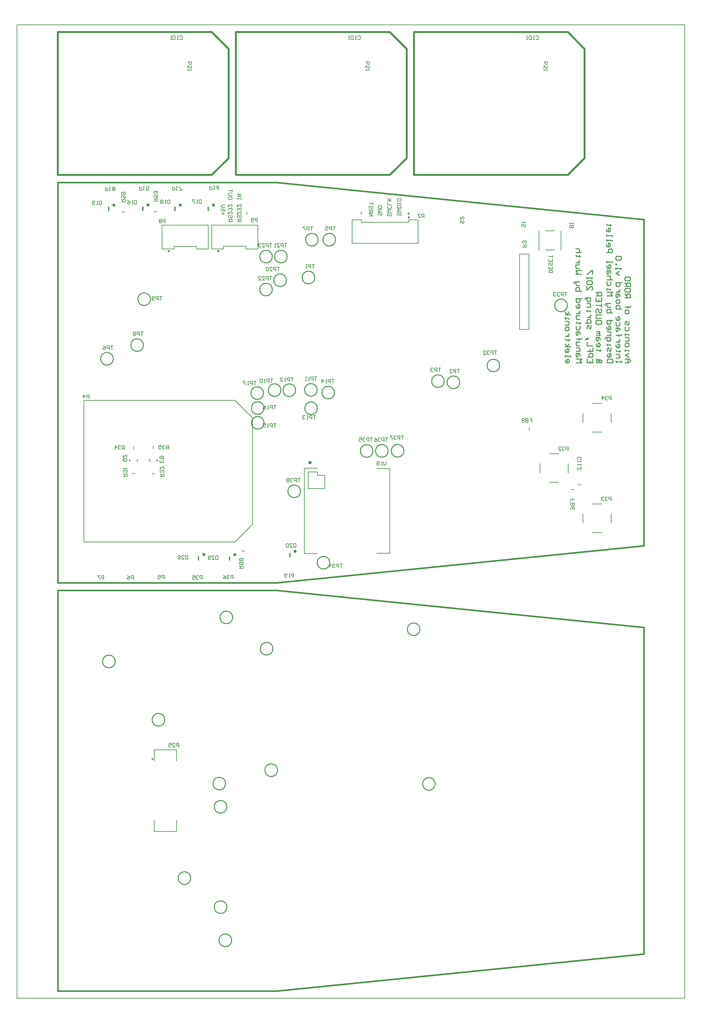
<source format=gbo>
G04 Layer_Color=32896*
%FSLAX44Y44*%
%MOMM*%
G71*
G01*
G75*
%ADD47C,0.5000*%
%ADD48C,0.3000*%
%ADD49C,0.2540*%
%ADD53C,0.2000*%
%ADD55C,0.4000*%
%ADD112C,0.1270*%
%ADD113C,0.1524*%
%ADD120R,1.0000X0.2500*%
%ADD121R,0.8636X0.2250*%
%ADD122R,0.2250X0.8636*%
%ADD127C,0.4064*%
%ADD228C,0.1900*%
D47*
X921532Y1664500D02*
G03*
X921532Y1664500I-2032J0D01*
G01*
X240000Y2825000D02*
Y2440000D01*
X655000D01*
X700000Y2485000D02*
X655000Y2440000D01*
X700000Y2780000D02*
Y2485000D01*
X655000Y2825000D02*
X700000Y2780000D01*
X240000Y2825000D02*
X655000D01*
X720000D02*
Y2440000D01*
X1135000D01*
X1180000Y2485000D02*
X1135000Y2440000D01*
X1180000Y2780000D02*
Y2485000D01*
X1135000Y2825000D02*
X1180000Y2780000D01*
X720000Y2825000D02*
X1135000D01*
X1200000D02*
Y2440000D01*
X1615000D01*
X1660000Y2485000D02*
X1615000Y2440000D01*
X1660000Y2780000D02*
Y2485000D01*
X1615000Y2825000D02*
X1660000Y2780000D01*
X1200000Y2825000D02*
X1615000D01*
D48*
X496000Y865000D02*
G03*
X496000Y865000I-1000J0D01*
G01*
D49*
X818000Y2131000D02*
G03*
X818000Y2131000I-17000J0D01*
G01*
X858000Y2220000D02*
G03*
X858000Y2220000I-17000J0D01*
G01*
X489500Y2105000D02*
G03*
X489500Y2105000I-17000J0D01*
G01*
X470500Y1981250D02*
G03*
X470500Y1981250I-17000J0D01*
G01*
X941500Y2265500D02*
G03*
X941500Y2265500I-17000J0D01*
G01*
X389250Y1944250D02*
G03*
X389250Y1944250I-17000J0D01*
G01*
X988500Y2265500D02*
G03*
X988500Y2265500I-17000J0D01*
G01*
X1323250Y1881000D02*
G03*
X1323250Y1881000I-17000J0D01*
G01*
X1281500Y1884000D02*
G03*
X1281500Y1884000I-17000J0D01*
G01*
X818000Y2220000D02*
G03*
X818000Y2220000I-17000J0D01*
G01*
X856000Y2156000D02*
G03*
X856000Y2156000I-17000J0D01*
G01*
X932500Y2163500D02*
G03*
X932500Y2163500I-17000J0D01*
G01*
X841000Y1860000D02*
G03*
X841000Y1860000I-17000J0D01*
G01*
X939000Y1860500D02*
G03*
X939000Y1860500I-17000J0D01*
G01*
X880750Y1859750D02*
G03*
X880750Y1859750I-17000J0D01*
G01*
X939500Y1811000D02*
G03*
X939500Y1811000I-17000J0D01*
G01*
X985750Y1853250D02*
G03*
X985750Y1853250I-17000J0D01*
G01*
X795750Y1771750D02*
G03*
X795750Y1771750I-17000J0D01*
G01*
Y1811500D02*
G03*
X795750Y1811500I-17000J0D01*
G01*
X794250Y1851750D02*
G03*
X794250Y1851750I-17000J0D01*
G01*
X1431000Y1926250D02*
G03*
X1431000Y1926250I-17000J0D01*
G01*
X1613250Y2088250D02*
G03*
X1613250Y2088250I-17000J0D01*
G01*
X973000Y1394500D02*
G03*
X973000Y1394500I-17000J0D01*
G01*
X1089250Y1695750D02*
G03*
X1089250Y1695750I-17000J0D01*
G01*
X1130250Y1696000D02*
G03*
X1130250Y1696000I-17000J0D01*
G01*
X1172750Y1696250D02*
G03*
X1172750Y1696250I-17000J0D01*
G01*
X894000Y1587000D02*
G03*
X894000Y1587000I-17000J0D01*
G01*
X1769059Y1934227D02*
X1779216Y1934266D01*
X1784275Y1939364D01*
X1779177Y1944423D01*
X1769020Y1944384D01*
X1776638Y1944413D01*
X1776677Y1934256D01*
X1779157Y1949501D02*
X1768981Y1954540D01*
X1779118Y1959658D01*
X1768942Y1964697D02*
X1768922Y1969775D01*
X1768932Y1967236D01*
X1779089Y1967275D01*
X1779098Y1964736D01*
X1768883Y1979932D02*
X1768863Y1985010D01*
X1771393Y1987559D01*
X1776471Y1987579D01*
X1779020Y1985049D01*
X1779040Y1979971D01*
X1776510Y1977422D01*
X1771432Y1977402D01*
X1768883Y1979932D01*
X1768834Y1992628D02*
X1778991Y1992667D01*
X1778961Y2000284D01*
X1776412Y2002814D01*
X1768795Y2002784D01*
X1768775Y2007863D02*
X1768756Y2012941D01*
X1768766Y2010402D01*
X1778922Y2010441D01*
X1778932Y2007902D01*
X1778844Y2030754D02*
X1778873Y2023137D01*
X1776344Y2020588D01*
X1771266Y2020568D01*
X1768716Y2023098D01*
X1768687Y2030715D01*
X1768668Y2035793D02*
X1768638Y2043411D01*
X1771168Y2045960D01*
X1773716Y2043430D01*
X1773736Y2038352D01*
X1776285Y2035823D01*
X1778814Y2038372D01*
X1778785Y2045989D01*
X1768540Y2068802D02*
X1768521Y2073881D01*
X1771050Y2076430D01*
X1776128Y2076449D01*
X1778677Y2073920D01*
X1778697Y2068842D01*
X1776167Y2066293D01*
X1771089Y2066273D01*
X1768540Y2068802D01*
X1768481Y2084037D02*
X1781177Y2084086D01*
X1776099Y2084067D01*
X1776109Y2081528D01*
X1776089Y2086606D01*
X1776099Y2084067D01*
X1781177Y2084086D01*
X1783707Y2086635D01*
X1768383Y2109429D02*
X1783618Y2109488D01*
X1783589Y2117105D01*
X1781040Y2119635D01*
X1775962Y2119615D01*
X1773432Y2117066D01*
X1773462Y2109449D01*
X1773442Y2114527D02*
X1768344Y2119586D01*
X1783530Y2132340D02*
X1783550Y2127262D01*
X1781021Y2124713D01*
X1770864Y2124674D01*
X1768315Y2127203D01*
X1768295Y2132281D01*
X1770825Y2134830D01*
X1780981Y2134869D01*
X1783530Y2132340D01*
X1768266Y2139899D02*
X1783501Y2139957D01*
X1783472Y2147575D01*
X1780923Y2150104D01*
X1775844Y2150085D01*
X1773315Y2147536D01*
X1773344Y2139918D01*
X1773325Y2144997D02*
X1768227Y2150055D01*
X1783413Y2162810D02*
X1783432Y2157732D01*
X1780903Y2155183D01*
X1770746Y2155143D01*
X1768197Y2157673D01*
X1768178Y2162751D01*
X1770707Y2165300D01*
X1780864Y2165339D01*
X1783413Y2162810D01*
X1759916Y1934192D02*
X1759897Y1939270D01*
X1759907Y1936731D01*
X1744672Y1936672D01*
X1744681Y1934133D01*
X1744662Y1939211D01*
X1744633Y1946829D02*
X1754789Y1946868D01*
X1754760Y1954485D01*
X1752211Y1957015D01*
X1744593Y1956985D01*
X1757260Y1964652D02*
X1754720Y1964642D01*
X1754730Y1962103D01*
X1754711Y1967181D01*
X1754720Y1964642D01*
X1747103Y1964612D01*
X1744554Y1967142D01*
X1744495Y1982377D02*
X1744515Y1977298D01*
X1747064Y1974769D01*
X1752142Y1974789D01*
X1754672Y1977338D01*
X1754652Y1982416D01*
X1752103Y1984945D01*
X1749564Y1984936D01*
X1749603Y1974779D01*
X1754623Y1990034D02*
X1744466Y1989994D01*
X1749544Y1990014D01*
X1752074Y1992563D01*
X1754603Y1995112D01*
X1754593Y1997651D01*
X1744397Y2007768D02*
X1757093Y2007817D01*
X1752015Y2007798D01*
X1752025Y2005259D01*
X1752005Y2010337D01*
X1752015Y2007798D01*
X1757093Y2007817D01*
X1759622Y2010366D01*
X1754505Y2020503D02*
X1754485Y2025582D01*
X1751936Y2028111D01*
X1744319Y2028082D01*
X1744348Y2020464D01*
X1746897Y2017935D01*
X1749427Y2020484D01*
X1749397Y2028101D01*
X1754417Y2043356D02*
X1754446Y2035738D01*
X1751917Y2033189D01*
X1746839Y2033170D01*
X1744290Y2035699D01*
X1744260Y2043317D01*
X1744211Y2056012D02*
X1744231Y2050934D01*
X1746780Y2048405D01*
X1751858Y2048424D01*
X1754388Y2050973D01*
X1754368Y2056052D01*
X1751819Y2058581D01*
X1749280Y2058571D01*
X1749319Y2048415D01*
X1759358Y2078924D02*
X1744123Y2078865D01*
X1744094Y2086482D01*
X1746623Y2089031D01*
X1749162Y2089041D01*
X1751701Y2089051D01*
X1754250Y2086522D01*
X1754280Y2078904D01*
X1744055Y2096639D02*
X1744035Y2101717D01*
X1746564Y2104266D01*
X1751643Y2104286D01*
X1754192Y2101756D01*
X1754211Y2096678D01*
X1751682Y2094129D01*
X1746604Y2094110D01*
X1744055Y2096639D01*
X1754153Y2111913D02*
X1754133Y2116991D01*
X1751584Y2119521D01*
X1743966Y2119491D01*
X1743996Y2111874D01*
X1746545Y2109345D01*
X1749074Y2111894D01*
X1749045Y2119511D01*
X1754104Y2124609D02*
X1743947Y2124570D01*
X1749025Y2124589D01*
X1751555Y2127138D01*
X1754084Y2129687D01*
X1754074Y2132226D01*
X1759084Y2150020D02*
X1743849Y2149961D01*
X1743878Y2142344D01*
X1746427Y2139814D01*
X1751506Y2139834D01*
X1754035Y2142383D01*
X1754005Y2150001D01*
X1753927Y2170314D02*
X1743751Y2175353D01*
X1753888Y2180470D01*
X1743712Y2185510D02*
X1743692Y2190588D01*
X1743702Y2188049D01*
X1758937Y2188107D01*
X1756408Y2185559D01*
X1743663Y2198205D02*
X1746202Y2198215D01*
X1746192Y2200754D01*
X1743653Y2200745D01*
X1743663Y2198205D01*
X1756310Y2210950D02*
X1758839Y2213499D01*
X1758819Y2218577D01*
X1756270Y2221107D01*
X1746114Y2221068D01*
X1743584Y2218519D01*
X1743604Y2213440D01*
X1746153Y2210911D01*
X1756310Y2210950D01*
X1735538Y1934098D02*
X1720303Y1934039D01*
X1720274Y1941656D01*
X1722803Y1944205D01*
X1732960Y1944244D01*
X1735509Y1941715D01*
X1735538Y1934098D01*
X1720215Y1956891D02*
X1720235Y1951813D01*
X1722784Y1949283D01*
X1727862Y1949303D01*
X1730392Y1951852D01*
X1730372Y1956930D01*
X1727823Y1959460D01*
X1725284Y1959450D01*
X1725323Y1949293D01*
X1720186Y1964509D02*
X1720157Y1972126D01*
X1722686Y1974675D01*
X1725235Y1972146D01*
X1725255Y1967068D01*
X1727803Y1964538D01*
X1730333Y1967087D01*
X1730303Y1974704D01*
X1720127Y1979744D02*
X1720108Y1984822D01*
X1720117Y1982283D01*
X1730274Y1982322D01*
X1730284Y1979783D01*
X1714980Y1997498D02*
X1714971Y2000037D01*
X1717500Y2002586D01*
X1730196Y2002635D01*
X1730225Y1995018D01*
X1727696Y1992469D01*
X1722617Y1992449D01*
X1720068Y1994979D01*
X1720039Y2002596D01*
X1720020Y2007674D02*
X1730176Y2007714D01*
X1730147Y2015331D01*
X1727598Y2017860D01*
X1719980Y2017831D01*
X1719931Y2030527D02*
X1719951Y2025448D01*
X1722500Y2022919D01*
X1727578Y2022939D01*
X1730108Y2025488D01*
X1730088Y2030566D01*
X1727539Y2033095D01*
X1725000Y2033086D01*
X1725039Y2022929D01*
X1735098Y2048360D02*
X1719863Y2048301D01*
X1719892Y2040683D01*
X1722441Y2038154D01*
X1727519Y2038174D01*
X1730049Y2040723D01*
X1730019Y2048340D01*
X1735019Y2068673D02*
X1719784Y2068614D01*
X1719755Y2076232D01*
X1722284Y2078781D01*
X1724824Y2078790D01*
X1727363Y2078800D01*
X1729912Y2076271D01*
X1729941Y2068653D01*
X1729882Y2083888D02*
X1722265Y2083859D01*
X1719716Y2086388D01*
X1719686Y2094006D01*
X1717147Y2093996D01*
X1714618Y2091447D01*
X1714628Y2088908D01*
X1719686Y2094006D02*
X1729843Y2094045D01*
X1719608Y2114319D02*
X1734843Y2114378D01*
X1729745Y2119437D01*
X1734804Y2124534D01*
X1719569Y2124476D01*
X1719549Y2129554D02*
X1719530Y2134632D01*
X1719540Y2132093D01*
X1729696Y2132132D01*
X1729706Y2129593D01*
X1729618Y2152446D02*
X1729647Y2144828D01*
X1727118Y2142279D01*
X1722040Y2142260D01*
X1719491Y2144789D01*
X1719461Y2152406D01*
X1734677Y2157544D02*
X1719442Y2157485D01*
X1727059Y2157514D01*
X1729588Y2160063D01*
X1729569Y2165141D01*
X1727020Y2167671D01*
X1719402Y2167641D01*
X1729530Y2175298D02*
X1729510Y2180376D01*
X1726961Y2182906D01*
X1719344Y2182876D01*
X1719373Y2175259D01*
X1721922Y2172730D01*
X1724451Y2175279D01*
X1724422Y2182896D01*
X1719295Y2195572D02*
X1719314Y2190494D01*
X1721863Y2187964D01*
X1726942Y2187984D01*
X1729471Y2190533D01*
X1729451Y2195611D01*
X1726902Y2198141D01*
X1724363Y2198131D01*
X1724402Y2187974D01*
X1719265Y2203190D02*
X1719246Y2208268D01*
X1719256Y2205729D01*
X1734491Y2205788D01*
X1734500Y2203248D01*
X1719158Y2231120D02*
X1734393Y2231179D01*
X1734363Y2238797D01*
X1731814Y2241326D01*
X1726736Y2241306D01*
X1724207Y2238757D01*
X1724236Y2231140D01*
X1719069Y2253973D02*
X1719089Y2248895D01*
X1721638Y2246365D01*
X1726716Y2246385D01*
X1729246Y2248934D01*
X1729226Y2254012D01*
X1726677Y2256541D01*
X1724138Y2256532D01*
X1724177Y2246375D01*
X1719040Y2261590D02*
X1719021Y2266669D01*
X1719030Y2264129D01*
X1734265Y2264188D01*
X1734275Y2261649D01*
X1718991Y2274286D02*
X1718972Y2279364D01*
X1718981Y2276825D01*
X1734216Y2276884D01*
X1734226Y2274345D01*
X1718913Y2294599D02*
X1718932Y2289521D01*
X1721481Y2286992D01*
X1726560Y2287011D01*
X1729089Y2289560D01*
X1729069Y2294639D01*
X1726520Y2297168D01*
X1723981Y2297158D01*
X1724020Y2287001D01*
X1731569Y2304805D02*
X1729030Y2304795D01*
X1729040Y2302256D01*
X1729020Y2307334D01*
X1729030Y2304795D01*
X1721413Y2304766D01*
X1718864Y2307295D01*
X1690808Y1944082D02*
X1693357Y1941552D01*
X1690828Y1939003D01*
X1690838Y1936464D01*
X1693387Y1933935D01*
X1695926Y1933945D01*
X1698455Y1936494D01*
X1701004Y1933964D01*
X1703543Y1933974D01*
X1706073Y1936523D01*
X1706063Y1939062D01*
X1703514Y1941592D01*
X1700975Y1941582D01*
X1698445Y1939033D01*
X1695896Y1941562D01*
X1693357Y1941552D01*
X1698426Y1944111D02*
X1695896Y1941562D01*
X1698455Y1936494D02*
X1698445Y1939033D01*
X1703416Y1966983D02*
X1700877Y1966973D01*
X1700886Y1964434D01*
X1700867Y1969513D01*
X1700877Y1966973D01*
X1693259Y1966944D01*
X1690710Y1969473D01*
X1690651Y1984708D02*
X1690671Y1979630D01*
X1693220Y1977101D01*
X1698298Y1977120D01*
X1700828Y1979669D01*
X1700808Y1984747D01*
X1698259Y1987277D01*
X1695720Y1987267D01*
X1695759Y1977110D01*
X1700769Y1994904D02*
X1700749Y1999982D01*
X1698200Y2002512D01*
X1690583Y2002482D01*
X1690612Y1994865D01*
X1693161Y1992336D01*
X1695691Y1994885D01*
X1695661Y2002502D01*
X1690563Y2007561D02*
X1700720Y2007600D01*
X1700710Y2010139D01*
X1698161Y2012668D01*
X1690544Y2012639D01*
X1698161Y2012668D01*
X1700691Y2015217D01*
X1698142Y2017747D01*
X1690524Y2017717D01*
X1705681Y2038089D02*
X1690446Y2038031D01*
X1690416Y2045648D01*
X1692946Y2048197D01*
X1703102Y2048236D01*
X1705651Y2045707D01*
X1705681Y2038089D01*
X1705622Y2053324D02*
X1692926Y2053275D01*
X1690377Y2055805D01*
X1690358Y2060883D01*
X1692887Y2063432D01*
X1705583Y2063481D01*
X1702985Y2078706D02*
X1705534Y2076177D01*
X1705553Y2071099D01*
X1703024Y2068550D01*
X1700485Y2068540D01*
X1697936Y2071069D01*
X1697916Y2076147D01*
X1695367Y2078677D01*
X1692828Y2078667D01*
X1690299Y2076118D01*
X1690318Y2071040D01*
X1692867Y2068510D01*
X1705504Y2083794D02*
X1705465Y2093951D01*
X1705485Y2088873D01*
X1690250Y2088814D01*
X1705406Y2109186D02*
X1705446Y2099029D01*
X1690211Y2098971D01*
X1690172Y2109127D01*
X1697828Y2099000D02*
X1697809Y2104078D01*
X1690152Y2114205D02*
X1705387Y2114264D01*
X1705358Y2121882D01*
X1702809Y2124411D01*
X1697730Y2124391D01*
X1695201Y2121843D01*
X1695230Y2114225D01*
X1695211Y2119303D02*
X1690113Y2124362D01*
X1681665Y1944047D02*
X1681704Y1933890D01*
X1666469Y1933831D01*
X1666430Y1943988D01*
X1674087Y1933860D02*
X1674067Y1938939D01*
X1666411Y1949066D02*
X1681646Y1949125D01*
X1681616Y1956742D01*
X1679067Y1959272D01*
X1673989Y1959252D01*
X1671460Y1956703D01*
X1671489Y1949086D01*
X1681548Y1974516D02*
X1681587Y1964360D01*
X1673969Y1964330D01*
X1673950Y1969409D01*
X1673969Y1964330D01*
X1666352Y1964301D01*
X1681528Y1979595D02*
X1666293Y1979536D01*
X1666254Y1989693D01*
X1663685Y1997300D02*
X1666215Y1999849D01*
X1668754Y1999859D01*
X1668764Y1997320D01*
X1666225Y1997310D01*
X1666215Y1999849D01*
X1663685Y1997300D01*
X1661156Y1994751D01*
X1666117Y2025241D02*
X1666087Y2032858D01*
X1668617Y2035407D01*
X1671166Y2032878D01*
X1671185Y2027800D01*
X1673734Y2025270D01*
X1676264Y2027819D01*
X1676234Y2035437D01*
X1660980Y2040456D02*
X1676215Y2040515D01*
X1676185Y2048132D01*
X1673636Y2050662D01*
X1668558Y2050642D01*
X1666029Y2048093D01*
X1666058Y2040476D01*
X1676156Y2055750D02*
X1665999Y2055711D01*
X1671078Y2055730D01*
X1673607Y2058279D01*
X1676136Y2060828D01*
X1676127Y2063367D01*
X1665941Y2070946D02*
X1665921Y2076024D01*
X1665931Y2073485D01*
X1676087Y2073524D01*
X1676097Y2070985D01*
X1665892Y2083642D02*
X1676048Y2083681D01*
X1676019Y2091298D01*
X1673470Y2093828D01*
X1665852Y2093798D01*
X1660735Y2103935D02*
X1660725Y2106474D01*
X1663254Y2109023D01*
X1675950Y2109072D01*
X1675980Y2101455D01*
X1673450Y2098906D01*
X1668372Y2098886D01*
X1665823Y2101416D01*
X1665794Y2109033D01*
X1665676Y2139503D02*
X1665715Y2129346D01*
X1675833Y2139542D01*
X1678372Y2139552D01*
X1680921Y2137023D01*
X1680940Y2131944D01*
X1678411Y2129395D01*
X1678352Y2144630D02*
X1680882Y2147179D01*
X1680862Y2152258D01*
X1678313Y2154787D01*
X1668156Y2154748D01*
X1665627Y2152199D01*
X1665647Y2147121D01*
X1668196Y2144591D01*
X1678352Y2144630D01*
X1665598Y2159816D02*
X1665578Y2164895D01*
X1665588Y2162355D01*
X1680823Y2162414D01*
X1678293Y2159865D01*
X1680784Y2172571D02*
X1680744Y2182728D01*
X1678205Y2182718D01*
X1668088Y2172522D01*
X1665549Y2172512D01*
X1637013Y1933717D02*
X1652248Y1933776D01*
X1647150Y1938835D01*
X1652209Y1943933D01*
X1636974Y1943874D01*
X1647101Y1951531D02*
X1647082Y1956609D01*
X1644533Y1959138D01*
X1636915Y1959109D01*
X1636945Y1951492D01*
X1639494Y1948962D01*
X1642023Y1951511D01*
X1641994Y1959129D01*
X1636896Y1964187D02*
X1647052Y1964227D01*
X1647023Y1971844D01*
X1644474Y1974373D01*
X1636857Y1974344D01*
X1646994Y1979462D02*
X1639376Y1979432D01*
X1636827Y1981962D01*
X1636798Y1989579D01*
X1646954Y1989618D01*
X1636768Y1997197D02*
X1649464Y1997245D01*
X1644386Y1997226D01*
X1644396Y1994687D01*
X1644376Y1999765D01*
X1644386Y1997226D01*
X1649464Y1997245D01*
X1651994Y1999794D01*
X1646876Y2009931D02*
X1646856Y2015010D01*
X1644308Y2017539D01*
X1636690Y2017510D01*
X1636719Y2009892D01*
X1639268Y2007363D01*
X1641798Y2009912D01*
X1641768Y2017529D01*
X1646788Y2032784D02*
X1646817Y2025166D01*
X1644288Y2022617D01*
X1639210Y2022598D01*
X1636661Y2025127D01*
X1636631Y2032745D01*
X1649298Y2040411D02*
X1646759Y2040401D01*
X1646768Y2037862D01*
X1646749Y2042941D01*
X1646759Y2040401D01*
X1639141Y2040372D01*
X1636592Y2042901D01*
X1646719Y2050558D02*
X1639102Y2050529D01*
X1636553Y2053058D01*
X1636523Y2060676D01*
X1646680Y2060715D01*
X1646660Y2065793D02*
X1636504Y2065754D01*
X1641582Y2065773D01*
X1644112Y2068322D01*
X1646641Y2070871D01*
X1646631Y2073410D01*
X1636416Y2088606D02*
X1636435Y2083528D01*
X1638984Y2080999D01*
X1644063Y2081018D01*
X1646592Y2083567D01*
X1646572Y2088645D01*
X1644023Y2091175D01*
X1641484Y2091165D01*
X1641523Y2081008D01*
X1651582Y2106439D02*
X1636347Y2106380D01*
X1636377Y2098763D01*
X1638925Y2096234D01*
X1644004Y2096253D01*
X1646533Y2098802D01*
X1646504Y2106420D01*
X1651504Y2126752D02*
X1636269Y2126694D01*
X1636239Y2134311D01*
X1638769Y2136860D01*
X1641308Y2136870D01*
X1643847Y2136880D01*
X1646396Y2134350D01*
X1646425Y2126733D01*
X1646367Y2141968D02*
X1638749Y2141938D01*
X1636200Y2144468D01*
X1636171Y2152085D01*
X1633632Y2152075D01*
X1631102Y2149527D01*
X1631112Y2146987D01*
X1636171Y2152085D02*
X1646328Y2152124D01*
X1651328Y2172457D02*
X1636093Y2172399D01*
X1641151Y2177496D01*
X1636053Y2182555D01*
X1651288Y2182614D01*
X1646190Y2187673D02*
X1638573Y2187643D01*
X1636024Y2190173D01*
X1635995Y2197790D01*
X1646151Y2197829D01*
X1646132Y2202908D02*
X1635975Y2202868D01*
X1641053Y2202888D01*
X1643583Y2205437D01*
X1646112Y2207986D01*
X1646102Y2210525D01*
X1648602Y2220692D02*
X1646063Y2220682D01*
X1646073Y2218143D01*
X1646053Y2223221D01*
X1646063Y2220682D01*
X1638446Y2220652D01*
X1635897Y2223182D01*
X1651102Y2230858D02*
X1635867Y2230799D01*
X1643485Y2230829D01*
X1646014Y2233378D01*
X1645995Y2238456D01*
X1643446Y2240985D01*
X1635828Y2240956D01*
X1607528Y1941221D02*
X1607547Y1936143D01*
X1610096Y1933614D01*
X1615175Y1933633D01*
X1617704Y1936182D01*
X1617684Y1941261D01*
X1615135Y1943790D01*
X1612596Y1943780D01*
X1612635Y1933624D01*
X1607498Y1948839D02*
X1607479Y1953917D01*
X1607488Y1951378D01*
X1622723Y1951437D01*
X1622733Y1948898D01*
X1607420Y1969152D02*
X1607440Y1964074D01*
X1609988Y1961544D01*
X1615067Y1961564D01*
X1617596Y1964113D01*
X1617576Y1969191D01*
X1615028Y1971721D01*
X1612488Y1971711D01*
X1612528Y1961554D01*
X1607390Y1976770D02*
X1622625Y1976828D01*
X1612469Y1976789D02*
X1617518Y1984426D01*
X1612469Y1976789D02*
X1607361Y1984387D01*
X1620018Y1994593D02*
X1617479Y1994583D01*
X1617488Y1992044D01*
X1617469Y1997122D01*
X1617479Y1994583D01*
X1609861Y1994554D01*
X1607312Y1997083D01*
X1617439Y2004740D02*
X1607283Y2004700D01*
X1612361Y2004720D01*
X1614890Y2007269D01*
X1617420Y2009818D01*
X1617410Y2012357D01*
X1607214Y2022475D02*
X1607195Y2027553D01*
X1609724Y2030102D01*
X1614802Y2030121D01*
X1617351Y2027592D01*
X1617371Y2022514D01*
X1614841Y2019965D01*
X1609763Y2019945D01*
X1607214Y2022475D01*
X1607165Y2035170D02*
X1617322Y2035209D01*
X1617292Y2042827D01*
X1614743Y2045356D01*
X1607126Y2045327D01*
X1607106Y2050405D02*
X1607087Y2055484D01*
X1607097Y2052944D01*
X1617253Y2052984D01*
X1617263Y2050444D01*
X1607057Y2063101D02*
X1622292Y2063160D01*
X1612136Y2063121D02*
X1617185Y2070758D01*
X1612136Y2063121D02*
X1607028Y2070719D01*
X708250Y376250D02*
G03*
X708250Y376250I-17000J0D01*
G01*
X394500Y1128250D02*
G03*
X394500Y1128250I-17000J0D01*
G01*
X832000Y835000D02*
G03*
X832000Y835000I-17000J0D01*
G01*
X711000Y1247000D02*
G03*
X711000Y1247000I-17000J0D01*
G01*
X1257000Y798000D02*
G03*
X1257000Y798000I-17000J0D01*
G01*
X819500Y1162500D02*
G03*
X819500Y1162500I-17000J0D01*
G01*
X1216000Y1215000D02*
G03*
X1216000Y1215000I-17000J0D01*
G01*
X695500Y465750D02*
G03*
X695500Y465750I-17000J0D01*
G01*
X598000Y544000D02*
G03*
X598000Y544000I-17000J0D01*
G01*
X528000Y971000D02*
G03*
X528000Y971000I-17000J0D01*
G01*
X692000Y799000D02*
G03*
X692000Y799000I-17000J0D01*
G01*
X695500Y736250D02*
G03*
X695500Y736250I-17000J0D01*
G01*
D53*
X310000Y1450000D02*
X717500D01*
X765000Y1497500D01*
Y1785000D01*
X717500Y1832500D02*
X765000Y1785000D01*
X310000Y1832500D02*
X717500D01*
X310000Y1450000D02*
Y1832500D01*
X1099500Y1419750D02*
X1134500D01*
Y1648750D01*
X904500Y1419500D02*
X938750D01*
X1099000Y1648750D02*
X1134500D01*
X904500Y1649500D02*
X939250D01*
X940250Y1629500D02*
Y1639500D01*
Y1629500D02*
X959500D01*
X914500Y1639500D02*
X940250D01*
X904500Y1419500D02*
Y1649500D01*
X914500Y1594500D02*
Y1639500D01*
Y1594500D02*
X959500D01*
Y1629500D01*
X1211200Y2255500D02*
Y2319500D01*
X1185800D02*
X1211200D01*
X1185800Y2312500D02*
Y2319500D01*
X1058800Y2312500D02*
X1185800D01*
X1058800D02*
Y2319500D01*
X1033400D02*
X1058800D01*
X1033400Y2255500D02*
Y2319500D01*
Y2255500D02*
X1211200D01*
X520870Y2304500D02*
X645330D01*
Y2240500D02*
Y2304500D01*
X613580Y2240500D02*
X645330D01*
X613580D02*
Y2247500D01*
X552620D02*
X613580D01*
X552620Y2240500D02*
Y2247500D01*
X520870Y2240500D02*
X552620D01*
X520870D02*
Y2304500D01*
X654420Y2304750D02*
X778880D01*
Y2240750D02*
Y2304750D01*
X747130Y2240750D02*
X778880D01*
X747130D02*
Y2247750D01*
X686170D02*
X747130D01*
X686170Y2240750D02*
Y2247750D01*
X654420Y2240750D02*
X686170D01*
X654420D02*
Y2304750D01*
X1615407Y1636989D02*
Y1662239D01*
X1564907Y1611489D02*
X1590157D01*
X1539407Y1636989D02*
Y1662239D01*
X1564907Y1687989D02*
X1590157D01*
X1731350Y1501650D02*
Y1526900D01*
X1680850Y1476150D02*
X1706100D01*
X1655350Y1501650D02*
Y1526900D01*
X1680850Y1552650D02*
X1706100D01*
X1731350Y1772650D02*
Y1797900D01*
X1680850Y1747150D02*
X1706100D01*
X1655350Y1772650D02*
Y1797900D01*
X1680850Y1823650D02*
X1706100D01*
X451000Y1668750D02*
X454500D01*
X432500D02*
X436000D01*
X432500D02*
Y1674250D01*
X454500Y1668750D02*
Y1674250D01*
X504250Y1669250D02*
X507750D01*
X485750D02*
X489250D01*
X485750D02*
Y1674750D01*
X507750Y1669250D02*
Y1674750D01*
X1484186Y2023536D02*
Y2226736D01*
X1509586D01*
Y2023536D02*
Y2226736D01*
X1484186Y2023536D02*
X1509586D01*
X893346Y1622381D02*
X886682D01*
X890014D01*
Y1612384D01*
X883349D02*
Y1622381D01*
X878351D01*
X876685Y1620715D01*
Y1617382D01*
X878351Y1615716D01*
X883349D01*
X873352Y1620715D02*
X871686Y1622381D01*
X868354D01*
X866688Y1620715D01*
Y1619048D01*
X868354Y1617382D01*
X870020D01*
X868354D01*
X866688Y1615716D01*
Y1614050D01*
X868354Y1612384D01*
X871686D01*
X873352Y1614050D01*
X863356Y1620715D02*
X861690Y1622381D01*
X858357D01*
X856691Y1620715D01*
Y1619048D01*
X858357Y1617382D01*
X856691Y1615716D01*
Y1614050D01*
X858357Y1612384D01*
X861690D01*
X863356Y1614050D01*
Y1615716D01*
X861690Y1617382D01*
X863356Y1619048D01*
Y1620715D01*
X861690Y1617382D02*
X858357D01*
X1172000Y1736997D02*
X1165335D01*
X1168668D01*
Y1727000D01*
X1162003D02*
Y1736997D01*
X1157005D01*
X1155339Y1735331D01*
Y1731998D01*
X1157005Y1730332D01*
X1162003D01*
X1152006Y1735331D02*
X1150340Y1736997D01*
X1147008D01*
X1145342Y1735331D01*
Y1733665D01*
X1147008Y1731998D01*
X1148674D01*
X1147008D01*
X1145342Y1730332D01*
Y1728666D01*
X1147008Y1727000D01*
X1150340D01*
X1152006Y1728666D01*
X1142010Y1736997D02*
X1135345D01*
Y1735331D01*
X1142010Y1728666D01*
Y1727000D01*
X1129566Y1731347D02*
X1122902D01*
X1126234D01*
Y1721350D01*
X1119569D02*
Y1731347D01*
X1114571D01*
X1112905Y1729681D01*
Y1726348D01*
X1114571Y1724682D01*
X1119569D01*
X1109572Y1729681D02*
X1107906Y1731347D01*
X1104574D01*
X1102908Y1729681D01*
Y1728015D01*
X1104574Y1726348D01*
X1106240D01*
X1104574D01*
X1102908Y1724682D01*
Y1723016D01*
X1104574Y1721350D01*
X1107906D01*
X1109572Y1723016D01*
X1092911Y1731347D02*
X1096243Y1729681D01*
X1099576Y1726348D01*
Y1723016D01*
X1097909Y1721350D01*
X1094577D01*
X1092911Y1723016D01*
Y1724682D01*
X1094577Y1726348D01*
X1099576D01*
X1088418Y1731093D02*
X1081753D01*
X1085086D01*
Y1721096D01*
X1078421D02*
Y1731093D01*
X1073423D01*
X1071757Y1729427D01*
Y1726094D01*
X1073423Y1724428D01*
X1078421D01*
X1068424Y1729427D02*
X1066758Y1731093D01*
X1063426D01*
X1061760Y1729427D01*
Y1727760D01*
X1063426Y1726094D01*
X1065092D01*
X1063426D01*
X1061760Y1724428D01*
Y1722762D01*
X1063426Y1721096D01*
X1066758D01*
X1068424Y1722762D01*
X1051763Y1731093D02*
X1058428D01*
Y1726094D01*
X1055095Y1727760D01*
X1053429D01*
X1051763Y1726094D01*
Y1722762D01*
X1053429Y1721096D01*
X1056761D01*
X1058428Y1722762D01*
X1007000Y1391497D02*
X1000335D01*
X1003668D01*
Y1381500D01*
X997003D02*
Y1391497D01*
X992005D01*
X990339Y1389831D01*
Y1386498D01*
X992005Y1384832D01*
X997003D01*
X987006Y1389831D02*
X985340Y1391497D01*
X982008D01*
X980342Y1389831D01*
Y1388165D01*
X982008Y1386498D01*
X983674D01*
X982008D01*
X980342Y1384832D01*
Y1383166D01*
X982008Y1381500D01*
X985340D01*
X987006Y1383166D01*
X972011Y1381500D02*
Y1391497D01*
X977010Y1386498D01*
X970345D01*
X1612420Y2123523D02*
X1605755D01*
X1609088D01*
Y2113526D01*
X1602423D02*
Y2123523D01*
X1597425D01*
X1595759Y2121857D01*
Y2118524D01*
X1597425Y2116858D01*
X1602423D01*
X1592426Y2121857D02*
X1590760Y2123523D01*
X1587428D01*
X1585762Y2121857D01*
Y2120190D01*
X1587428Y2118524D01*
X1589094D01*
X1587428D01*
X1585762Y2116858D01*
Y2115192D01*
X1587428Y2113526D01*
X1590760D01*
X1592426Y2115192D01*
X1582430Y2121857D02*
X1580764Y2123523D01*
X1577431D01*
X1575765Y2121857D01*
Y2120190D01*
X1577431Y2118524D01*
X1579097D01*
X1577431D01*
X1575765Y2116858D01*
Y2115192D01*
X1577431Y2113526D01*
X1580764D01*
X1582430Y2115192D01*
X1423250Y1965997D02*
X1416586D01*
X1419918D01*
Y1956000D01*
X1413253D02*
Y1965997D01*
X1408255D01*
X1406589Y1964331D01*
Y1960998D01*
X1408255Y1959332D01*
X1413253D01*
X1403256Y1964331D02*
X1401590Y1965997D01*
X1398258D01*
X1396592Y1964331D01*
Y1962664D01*
X1398258Y1960998D01*
X1399924D01*
X1398258D01*
X1396592Y1959332D01*
Y1957666D01*
X1398258Y1956000D01*
X1401590D01*
X1403256Y1957666D01*
X1386595Y1956000D02*
X1393260D01*
X1386595Y1962664D01*
Y1964331D01*
X1388261Y1965997D01*
X1391593D01*
X1393260Y1964331D01*
X774500Y1883997D02*
X767835D01*
X771168D01*
Y1874000D01*
X764503D02*
Y1883997D01*
X759505D01*
X757839Y1882331D01*
Y1878998D01*
X759505Y1877332D01*
X764503D01*
X754506Y1874000D02*
X751174D01*
X752840D01*
Y1883997D01*
X754506Y1882331D01*
X746176Y1883997D02*
X739511D01*
Y1882331D01*
X746176Y1875666D01*
Y1874000D01*
X828500Y1818497D02*
X821835D01*
X825168D01*
Y1808500D01*
X818503D02*
Y1818497D01*
X813505D01*
X811839Y1816831D01*
Y1813498D01*
X813505Y1811832D01*
X818503D01*
X808506Y1808500D02*
X805174D01*
X806840D01*
Y1818497D01*
X808506Y1816831D01*
X793511Y1818497D02*
X796843Y1816831D01*
X800176Y1813498D01*
Y1810166D01*
X798510Y1808500D01*
X795177D01*
X793511Y1810166D01*
Y1811832D01*
X795177Y1813498D01*
X800176D01*
X828000Y1769747D02*
X821336D01*
X824668D01*
Y1759750D01*
X818003D02*
Y1769747D01*
X813005D01*
X811339Y1768081D01*
Y1764748D01*
X813005Y1763082D01*
X818003D01*
X808006Y1759750D02*
X804674D01*
X806340D01*
Y1769747D01*
X808006Y1768081D01*
X793011Y1769747D02*
X799676D01*
Y1764748D01*
X796344Y1766414D01*
X794677D01*
X793011Y1764748D01*
Y1761416D01*
X794677Y1759750D01*
X798010D01*
X799676Y1761416D01*
X985040Y1888573D02*
X978375D01*
X981708D01*
Y1878576D01*
X975043D02*
Y1888573D01*
X970045D01*
X968379Y1886907D01*
Y1883574D01*
X970045Y1881908D01*
X975043D01*
X965046Y1878576D02*
X961714D01*
X963380D01*
Y1888573D01*
X965046Y1886907D01*
X951717Y1878576D02*
Y1888573D01*
X956716Y1883574D01*
X950051D01*
X934750Y1791247D02*
X928085D01*
X931418D01*
Y1781250D01*
X924753D02*
Y1791247D01*
X919755D01*
X918089Y1789581D01*
Y1786248D01*
X919755Y1784582D01*
X924753D01*
X914756Y1781250D02*
X911424D01*
X913090D01*
Y1791247D01*
X914756Y1789581D01*
X906426D02*
X904760Y1791247D01*
X901427D01*
X899761Y1789581D01*
Y1787914D01*
X901427Y1786248D01*
X903093D01*
X901427D01*
X899761Y1784582D01*
Y1782916D01*
X901427Y1781250D01*
X904760D01*
X906426Y1782916D01*
X874500Y1893497D02*
X867835D01*
X871168D01*
Y1883500D01*
X864503D02*
Y1893497D01*
X859505D01*
X857839Y1891831D01*
Y1888498D01*
X859505Y1886832D01*
X864503D01*
X854506Y1883500D02*
X851174D01*
X852840D01*
Y1893497D01*
X854506Y1891831D01*
X839511Y1883500D02*
X846176D01*
X839511Y1890164D01*
Y1891831D01*
X841177Y1893497D01*
X844510D01*
X846176Y1891831D01*
X938304Y1895939D02*
X931639D01*
X934972D01*
Y1885942D01*
X928307D02*
Y1895939D01*
X923309D01*
X921643Y1894273D01*
Y1890940D01*
X923309Y1889274D01*
X928307D01*
X918310Y1885942D02*
X914978D01*
X916644D01*
Y1895939D01*
X918310Y1894273D01*
X909980Y1885942D02*
X906647D01*
X908314D01*
Y1895939D01*
X909980Y1894273D01*
X819750Y1889747D02*
X813085D01*
X816418D01*
Y1879750D01*
X809753D02*
Y1889747D01*
X804755D01*
X803089Y1888081D01*
Y1884748D01*
X804755Y1883082D01*
X809753D01*
X799756Y1879750D02*
X796424D01*
X798090D01*
Y1889747D01*
X799756Y1888081D01*
X791426D02*
X789760Y1889747D01*
X786427D01*
X784761Y1888081D01*
Y1881416D01*
X786427Y1879750D01*
X789760D01*
X791426Y1881416D01*
Y1888081D01*
X931700Y2198961D02*
X925035D01*
X928368D01*
Y2188964D01*
X921703D02*
Y2198961D01*
X916705D01*
X915039Y2197295D01*
Y2193962D01*
X916705Y2192296D01*
X921703D01*
X911706Y2188964D02*
X908374D01*
X910040D01*
Y2198961D01*
X911706Y2197295D01*
X1333081Y2316664D02*
X1334747Y2314998D01*
Y2311666D01*
X1333081Y2310000D01*
X1331414D01*
X1329748Y2311666D01*
Y2314998D01*
X1328082Y2316664D01*
X1326416D01*
X1324750Y2314998D01*
Y2311666D01*
X1326416Y2310000D01*
X1324750Y2326661D02*
Y2319997D01*
X1331414Y2326661D01*
X1333081D01*
X1334747Y2324995D01*
Y2321663D01*
X1333081Y2319997D01*
X1498581Y2306915D02*
X1500247Y2305248D01*
Y2301916D01*
X1498581Y2300250D01*
X1496915D01*
X1495248Y2301916D01*
Y2305248D01*
X1493582Y2306915D01*
X1491916D01*
X1490250Y2305248D01*
Y2301916D01*
X1491916Y2300250D01*
X1490250Y2310247D02*
Y2313579D01*
Y2311913D01*
X1500247D01*
X1498581Y2310247D01*
X729250Y1379500D02*
X739247D01*
Y1384498D01*
X737581Y1386165D01*
X734248D01*
X732582Y1384498D01*
Y1379500D01*
Y1382832D02*
X729250Y1386165D01*
X737581Y1389497D02*
X739247Y1391163D01*
Y1394495D01*
X737581Y1396161D01*
X735915D01*
X734248Y1394495D01*
X732582Y1396161D01*
X730916D01*
X729250Y1394495D01*
Y1391163D01*
X730916Y1389497D01*
X732582D01*
X734248Y1391163D01*
X735915Y1389497D01*
X737581D01*
X734248Y1391163D02*
Y1394495D01*
X737581Y1399494D02*
X739247Y1401160D01*
Y1404492D01*
X737581Y1406158D01*
X735915D01*
X734248Y1404492D01*
X732582Y1406158D01*
X730916D01*
X729250Y1404492D01*
Y1401160D01*
X730916Y1399494D01*
X732582D01*
X734248Y1401160D01*
X735915Y1399494D01*
X737581D01*
X734248Y1401160D02*
Y1404492D01*
X538500Y1700750D02*
Y1710747D01*
X533502D01*
X531836Y1709081D01*
Y1705748D01*
X533502Y1704082D01*
X538500D01*
X535168D02*
X531836Y1700750D01*
X528503Y1709081D02*
X526837Y1710747D01*
X523505D01*
X521839Y1709081D01*
Y1707415D01*
X523505Y1705748D01*
X525171D01*
X523505D01*
X521839Y1704082D01*
Y1702416D01*
X523505Y1700750D01*
X526837D01*
X528503Y1702416D01*
X511842Y1710747D02*
X518506D01*
Y1705748D01*
X515174Y1707415D01*
X513508D01*
X511842Y1705748D01*
Y1702416D01*
X513508Y1700750D01*
X516840D01*
X518506Y1702416D01*
X419250Y1700500D02*
Y1710497D01*
X414252D01*
X412585Y1708831D01*
Y1705498D01*
X414252Y1703832D01*
X419250D01*
X415918D02*
X412585Y1700500D01*
X409253Y1708831D02*
X407587Y1710497D01*
X404255D01*
X402589Y1708831D01*
Y1707164D01*
X404255Y1705498D01*
X405921D01*
X404255D01*
X402589Y1703832D01*
Y1702166D01*
X404255Y1700500D01*
X407587D01*
X409253Y1702166D01*
X394258Y1700500D02*
Y1710497D01*
X399256Y1705498D01*
X392592D01*
X516000Y1626750D02*
X525997D01*
Y1631748D01*
X524331Y1633414D01*
X520998D01*
X519332Y1631748D01*
Y1626750D01*
Y1630082D02*
X516000Y1633414D01*
X524331Y1636747D02*
X525997Y1638413D01*
Y1641745D01*
X524331Y1643411D01*
X522664D01*
X520998Y1641745D01*
Y1640079D01*
Y1641745D01*
X519332Y1643411D01*
X517666D01*
X516000Y1641745D01*
Y1638413D01*
X517666Y1636747D01*
X516000Y1653408D02*
Y1646744D01*
X522664Y1653408D01*
X524331D01*
X525997Y1651742D01*
Y1648410D01*
X524331Y1646744D01*
X523334Y1674836D02*
X516669D01*
X515003Y1676502D01*
Y1679834D01*
X516669Y1681500D01*
X523334D01*
X525000Y1679834D01*
Y1676502D01*
X521668Y1678168D02*
X525000Y1674836D01*
Y1676502D02*
X523334Y1674836D01*
X516669Y1671503D02*
X515003Y1669837D01*
Y1666505D01*
X516669Y1664839D01*
X518335D01*
X520002Y1666505D01*
Y1668171D01*
Y1666505D01*
X521668Y1664839D01*
X523334D01*
X525000Y1666505D01*
Y1669837D01*
X523334Y1671503D01*
X417416Y1674915D02*
X424081D01*
X425747Y1673248D01*
Y1669916D01*
X424081Y1668250D01*
X417416D01*
X415750Y1669916D01*
Y1673248D01*
X419082Y1671582D02*
X415750Y1674915D01*
Y1673248D02*
X417416Y1674915D01*
X415750Y1684911D02*
Y1678247D01*
X422415Y1684911D01*
X424081D01*
X425747Y1683245D01*
Y1679913D01*
X424081Y1678247D01*
X712500Y1351000D02*
Y1360997D01*
X707502D01*
X705835Y1359331D01*
Y1355998D01*
X707502Y1354332D01*
X712500D01*
X702503Y1359331D02*
X700837Y1360997D01*
X697505D01*
X695839Y1359331D01*
Y1357664D01*
X697505Y1355998D01*
X699171D01*
X697505D01*
X695839Y1354332D01*
Y1352666D01*
X697505Y1351000D01*
X700837D01*
X702503Y1352666D01*
X685842Y1360997D02*
X689174Y1359331D01*
X692506Y1355998D01*
Y1352666D01*
X690840Y1351000D01*
X687508D01*
X685842Y1352666D01*
Y1354332D01*
X687508Y1355998D01*
X692506D01*
X629250Y1349500D02*
Y1359497D01*
X624252D01*
X622585Y1357831D01*
Y1354498D01*
X624252Y1352832D01*
X629250D01*
X619253Y1357831D02*
X617587Y1359497D01*
X614255D01*
X612589Y1357831D01*
Y1356165D01*
X614255Y1354498D01*
X615921D01*
X614255D01*
X612589Y1352832D01*
Y1351166D01*
X614255Y1349500D01*
X617587D01*
X619253Y1351166D01*
X602592Y1359497D02*
X609256D01*
Y1354498D01*
X605924Y1356165D01*
X604258D01*
X602592Y1354498D01*
Y1351166D01*
X604258Y1349500D01*
X607590D01*
X609256Y1351166D01*
X1731800Y1832856D02*
Y1842853D01*
X1726802D01*
X1725135Y1841187D01*
Y1837854D01*
X1726802Y1836188D01*
X1731800D01*
X1721803Y1841187D02*
X1720137Y1842853D01*
X1716805D01*
X1715139Y1841187D01*
Y1839521D01*
X1716805Y1837854D01*
X1718471D01*
X1716805D01*
X1715139Y1836188D01*
Y1834522D01*
X1716805Y1832856D01*
X1720137D01*
X1721803Y1834522D01*
X1706808Y1832856D02*
Y1842853D01*
X1711806Y1837854D01*
X1705142D01*
X1731800Y1561838D02*
Y1571835D01*
X1726802D01*
X1725135Y1570169D01*
Y1566836D01*
X1726802Y1565170D01*
X1731800D01*
X1721803Y1570169D02*
X1720137Y1571835D01*
X1716805D01*
X1715139Y1570169D01*
Y1568503D01*
X1716805Y1566836D01*
X1718471D01*
X1716805D01*
X1715139Y1565170D01*
Y1563504D01*
X1716805Y1561838D01*
X1720137D01*
X1721803Y1563504D01*
X1711806Y1570169D02*
X1710140Y1571835D01*
X1706808D01*
X1705142Y1570169D01*
Y1568503D01*
X1706808Y1566836D01*
X1708474D01*
X1706808D01*
X1705142Y1565170D01*
Y1563504D01*
X1706808Y1561838D01*
X1710140D01*
X1711806Y1563504D01*
X1615722Y1697220D02*
Y1707217D01*
X1610724D01*
X1609057Y1705551D01*
Y1702218D01*
X1610724Y1700552D01*
X1615722D01*
X1605725Y1705551D02*
X1604059Y1707217D01*
X1600727D01*
X1599061Y1705551D01*
Y1703884D01*
X1600727Y1702218D01*
X1602393D01*
X1600727D01*
X1599061Y1700552D01*
Y1698886D01*
X1600727Y1697220D01*
X1604059D01*
X1605725Y1698886D01*
X1589064Y1697220D02*
X1595728D01*
X1589064Y1703884D01*
Y1705551D01*
X1590730Y1707217D01*
X1594062D01*
X1595728Y1705551D01*
X876000Y1355250D02*
Y1365247D01*
X871002D01*
X869335Y1363581D01*
Y1360248D01*
X871002Y1358582D01*
X876000D01*
X866003Y1355250D02*
X862671D01*
X864337D01*
Y1365247D01*
X866003Y1363581D01*
X857673Y1356916D02*
X856006Y1355250D01*
X852674D01*
X851008Y1356916D01*
Y1363581D01*
X852674Y1365247D01*
X856006D01*
X857673Y1363581D01*
Y1361915D01*
X856006Y1360248D01*
X851008D01*
X671750Y1412747D02*
Y1402750D01*
X666752D01*
X665086Y1404416D01*
Y1411081D01*
X666752Y1412747D01*
X671750D01*
X655089Y1402750D02*
X661753D01*
X655089Y1409415D01*
Y1411081D01*
X656755Y1412747D01*
X660087D01*
X661753Y1411081D01*
X651756Y1404416D02*
X650090Y1402750D01*
X646758D01*
X645092Y1404416D01*
Y1411081D01*
X646758Y1412747D01*
X650090D01*
X651756Y1411081D01*
Y1409415D01*
X650090Y1407748D01*
X645092D01*
X590250Y1413747D02*
Y1403750D01*
X585252D01*
X583586Y1405416D01*
Y1412081D01*
X585252Y1413747D01*
X590250D01*
X573589Y1403750D02*
X580253D01*
X573589Y1410414D01*
Y1412081D01*
X575255Y1413747D01*
X578587D01*
X580253Y1412081D01*
X570256D02*
X568590Y1413747D01*
X565258D01*
X563592Y1412081D01*
Y1410414D01*
X565258Y1408748D01*
X563592Y1407082D01*
Y1405416D01*
X565258Y1403750D01*
X568590D01*
X570256Y1405416D01*
Y1407082D01*
X568590Y1408748D01*
X570256Y1410414D01*
Y1412081D01*
X568590Y1408748D02*
X565258D01*
X881662Y1446359D02*
Y1436362D01*
X876664D01*
X874997Y1438028D01*
Y1444693D01*
X876664Y1446359D01*
X881662D01*
X865001Y1436362D02*
X871665D01*
X865001Y1443026D01*
Y1444693D01*
X866667Y1446359D01*
X869999D01*
X871665Y1444693D01*
X861668D02*
X860002Y1446359D01*
X856670D01*
X855004Y1444693D01*
Y1438028D01*
X856670Y1436362D01*
X860002D01*
X861668Y1438028D01*
Y1444693D01*
X1642169Y1672086D02*
X1640503Y1673752D01*
Y1677084D01*
X1642169Y1678750D01*
X1648834D01*
X1650500Y1677084D01*
Y1673752D01*
X1648834Y1672086D01*
X1650500Y1668753D02*
Y1665421D01*
Y1667087D01*
X1640503D01*
X1642169Y1668753D01*
X1650500Y1660423D02*
Y1657090D01*
Y1658756D01*
X1640503D01*
X1642169Y1660423D01*
X1650500Y1645427D02*
Y1652092D01*
X1643835Y1645427D01*
X1642169D01*
X1640503Y1647094D01*
Y1650426D01*
X1642169Y1652092D01*
X777776Y2312916D02*
Y2322913D01*
X772778D01*
X771112Y2321247D01*
Y2317914D01*
X772778Y2316248D01*
X777776D01*
X767779Y2314582D02*
X766113Y2312916D01*
X762781D01*
X761115Y2314582D01*
Y2321247D01*
X762781Y2322913D01*
X766113D01*
X767779Y2321247D01*
Y2319581D01*
X766113Y2317914D01*
X761115D01*
X529500Y2310750D02*
Y2320747D01*
X524502D01*
X522836Y2319081D01*
Y2315748D01*
X524502Y2314082D01*
X529500D01*
X519503Y2319081D02*
X517837Y2320747D01*
X514505D01*
X512839Y2319081D01*
Y2317415D01*
X514505Y2315748D01*
X512839Y2314082D01*
Y2312416D01*
X514505Y2310750D01*
X517837D01*
X519503Y2312416D01*
Y2314082D01*
X517837Y2315748D01*
X519503Y2317415D01*
Y2319081D01*
X517837Y2315748D02*
X514505D01*
X837500Y2191497D02*
X830835D01*
X834168D01*
Y2181500D01*
X827503D02*
Y2191497D01*
X822505D01*
X820839Y2189831D01*
Y2186498D01*
X822505Y2184832D01*
X827503D01*
X810842Y2181500D02*
X817506D01*
X810842Y2188165D01*
Y2189831D01*
X812508Y2191497D01*
X815840D01*
X817506Y2189831D01*
X807510D02*
X805844Y2191497D01*
X802511D01*
X800845Y2189831D01*
Y2183166D01*
X802511Y2181500D01*
X805844D01*
X807510Y2183166D01*
Y2189831D01*
X817146Y2255349D02*
X810481D01*
X813814D01*
Y2245352D01*
X807149D02*
Y2255349D01*
X802151D01*
X800485Y2253683D01*
Y2250350D01*
X802151Y2248684D01*
X807149D01*
X790488Y2245352D02*
X797152D01*
X790488Y2252016D01*
Y2253683D01*
X792154Y2255349D01*
X795486D01*
X797152Y2253683D01*
X787156D02*
X785490Y2255349D01*
X782157D01*
X780491Y2253683D01*
Y2252016D01*
X782157Y2250350D01*
X783823D01*
X782157D01*
X780491Y2248684D01*
Y2247018D01*
X782157Y2245352D01*
X785490D01*
X787156Y2247018D01*
X1271750Y1919497D02*
X1265086D01*
X1268418D01*
Y1909500D01*
X1261753D02*
Y1919497D01*
X1256755D01*
X1255089Y1917831D01*
Y1914498D01*
X1256755Y1912832D01*
X1261753D01*
X1251756Y1917831D02*
X1250090Y1919497D01*
X1246758D01*
X1245092Y1917831D01*
Y1916165D01*
X1246758Y1914498D01*
X1248424D01*
X1246758D01*
X1245092Y1912832D01*
Y1911166D01*
X1246758Y1909500D01*
X1250090D01*
X1251756Y1911166D01*
X1322606Y1916259D02*
X1315941D01*
X1319274D01*
Y1906262D01*
X1312609D02*
Y1916259D01*
X1307611D01*
X1305945Y1914593D01*
Y1911260D01*
X1307611Y1909594D01*
X1312609D01*
X1295948Y1906262D02*
X1302612D01*
X1295948Y1912926D01*
Y1914593D01*
X1297614Y1916259D01*
X1300946D01*
X1302612Y1914593D01*
X416500Y1627250D02*
X426497D01*
Y1632248D01*
X424831Y1633914D01*
X421498D01*
X419832Y1632248D01*
Y1627250D01*
Y1630582D02*
X416500Y1633914D01*
X424831Y1637247D02*
X426497Y1638913D01*
Y1642245D01*
X424831Y1643911D01*
X423164D01*
X421498Y1642245D01*
Y1640579D01*
Y1642245D01*
X419832Y1643911D01*
X418166D01*
X416500Y1642245D01*
Y1638913D01*
X418166Y1637247D01*
X416500Y1647244D02*
Y1650576D01*
Y1648910D01*
X426497D01*
X424831Y1647244D01*
X411750Y2367250D02*
X421747D01*
Y2372248D01*
X420081Y2373914D01*
X416748D01*
X415082Y2372248D01*
Y2367250D01*
Y2370582D02*
X411750Y2373914D01*
X421747Y2383911D02*
Y2377247D01*
X416748D01*
X418414Y2380579D01*
Y2382245D01*
X416748Y2383911D01*
X413416D01*
X411750Y2382245D01*
Y2378913D01*
X413416Y2377247D01*
Y2387244D02*
X411750Y2388910D01*
Y2392242D01*
X413416Y2393908D01*
X420081D01*
X421747Y2392242D01*
Y2388910D01*
X420081Y2387244D01*
X418414D01*
X416748Y2388910D01*
Y2393908D01*
X498500Y2369250D02*
X508497D01*
Y2374248D01*
X506831Y2375914D01*
X503498D01*
X501832Y2374248D01*
Y2369250D01*
Y2372582D02*
X498500Y2375914D01*
X508497Y2385911D02*
Y2379247D01*
X503498D01*
X505164Y2382579D01*
Y2384245D01*
X503498Y2385911D01*
X500166D01*
X498500Y2384245D01*
Y2380913D01*
X500166Y2379247D01*
X506831Y2389244D02*
X508497Y2390910D01*
Y2394242D01*
X506831Y2395908D01*
X505164D01*
X503498Y2394242D01*
Y2392576D01*
Y2394242D01*
X501832Y2395908D01*
X500166D01*
X498500Y2394242D01*
Y2390910D01*
X500166Y2389244D01*
X363750Y1349750D02*
Y1359747D01*
X358752D01*
X357085Y1358081D01*
Y1354748D01*
X358752Y1353082D01*
X363750D01*
X353753Y1359747D02*
X347089D01*
Y1358081D01*
X353753Y1351416D01*
Y1349750D01*
X443500D02*
Y1359747D01*
X438502D01*
X436836Y1358081D01*
Y1354748D01*
X438502Y1353082D01*
X443500D01*
X426839Y1359747D02*
X430171Y1358081D01*
X433503Y1354748D01*
Y1351416D01*
X431837Y1349750D01*
X428505D01*
X426839Y1351416D01*
Y1353082D01*
X428505Y1354748D01*
X433503D01*
X526500Y1350750D02*
Y1360747D01*
X521502D01*
X519836Y1359081D01*
Y1355748D01*
X521502Y1354082D01*
X526500D01*
X509839Y1360747D02*
X516503D01*
Y1355748D01*
X513171Y1357415D01*
X511505D01*
X509839Y1355748D01*
Y1352416D01*
X511505Y1350750D01*
X514837D01*
X516503Y1352416D01*
X1227250Y2324750D02*
Y2334747D01*
X1222252D01*
X1220585Y2333081D01*
Y2329748D01*
X1222252Y2328082D01*
X1227250D01*
X1210589Y2324750D02*
X1217253D01*
X1210589Y2331414D01*
Y2333081D01*
X1212255Y2334747D01*
X1215587D01*
X1217253Y2333081D01*
X460000Y2408750D02*
Y2398753D01*
X464998D01*
X466665Y2400419D01*
Y2403752D01*
X464998Y2405418D01*
X460000D01*
X469997Y2408750D02*
X473329D01*
X471663D01*
Y2398753D01*
X469997Y2400419D01*
X484992Y2398753D02*
X478327D01*
Y2403752D01*
X481660Y2402086D01*
X483326D01*
X484992Y2403752D01*
Y2407084D01*
X483326Y2408750D01*
X479994D01*
X478327Y2407084D01*
X649500Y2410250D02*
Y2400253D01*
X654498D01*
X656164Y2401919D01*
Y2405252D01*
X654498Y2406918D01*
X649500D01*
X659497Y2410250D02*
X662829D01*
X661163D01*
Y2400253D01*
X659497Y2401919D01*
X674492Y2400253D02*
X671160Y2401919D01*
X667827Y2405252D01*
Y2408584D01*
X669494Y2410250D01*
X672826D01*
X674492Y2408584D01*
Y2406918D01*
X672826Y2405252D01*
X667827D01*
X549250Y2408750D02*
Y2398753D01*
X554248D01*
X555914Y2400419D01*
Y2403752D01*
X554248Y2405418D01*
X549250D01*
X559247Y2408750D02*
X562579D01*
X560913D01*
Y2398753D01*
X559247Y2400419D01*
X567577Y2398753D02*
X574242D01*
Y2400419D01*
X567577Y2407084D01*
Y2408750D01*
X368500Y2407500D02*
Y2397503D01*
X373498D01*
X375164Y2399169D01*
Y2402502D01*
X373498Y2404168D01*
X368500D01*
X378497Y2407500D02*
X381829D01*
X380163D01*
Y2397503D01*
X378497Y2399169D01*
X386827D02*
X388494Y2397503D01*
X391826D01*
X393492Y2399169D01*
Y2400836D01*
X391826Y2402502D01*
X393492Y2404168D01*
Y2405834D01*
X391826Y2407500D01*
X388494D01*
X386827Y2405834D01*
Y2404168D01*
X388494Y2402502D01*
X386827Y2400836D01*
Y2399169D01*
X388494Y2402502D02*
X391826D01*
X357750Y2369747D02*
Y2359750D01*
X352752D01*
X351086Y2361416D01*
Y2368081D01*
X352752Y2369747D01*
X357750D01*
X347753Y2359750D02*
X344421D01*
X346087D01*
Y2369747D01*
X347753Y2368081D01*
X339423Y2361416D02*
X337756Y2359750D01*
X334424D01*
X332758Y2361416D01*
Y2368081D01*
X334424Y2369747D01*
X337756D01*
X339423Y2368081D01*
Y2366414D01*
X337756Y2364748D01*
X332758D01*
X541750Y2372747D02*
Y2362750D01*
X536752D01*
X535085Y2364416D01*
Y2371081D01*
X536752Y2372747D01*
X541750D01*
X531753Y2362750D02*
X528421D01*
X530087D01*
Y2372747D01*
X531753Y2371081D01*
X523423D02*
X521756Y2372747D01*
X518424D01*
X516758Y2371081D01*
Y2369415D01*
X518424Y2367748D01*
X516758Y2366082D01*
Y2364416D01*
X518424Y2362750D01*
X521756D01*
X523423Y2364416D01*
Y2366082D01*
X521756Y2367748D01*
X523423Y2369415D01*
Y2371081D01*
X521756Y2367748D02*
X518424D01*
X627000Y2373497D02*
Y2363500D01*
X622002D01*
X620336Y2365166D01*
Y2371831D01*
X622002Y2373497D01*
X627000D01*
X617003Y2363500D02*
X613671D01*
X615337D01*
Y2373497D01*
X617003Y2371831D01*
X608673Y2373497D02*
X602008D01*
Y2371831D01*
X608673Y2365166D01*
Y2363500D01*
X1629997Y2298250D02*
X1620000D01*
Y2303248D01*
X1621666Y2304915D01*
X1623332D01*
X1624998Y2303248D01*
Y2298250D01*
Y2303248D01*
X1626664Y2304915D01*
X1628331D01*
X1629997Y2303248D01*
Y2298250D01*
X1620000Y2308247D02*
Y2311579D01*
Y2309913D01*
X1629997D01*
X1628331Y2308247D01*
X452500Y2371497D02*
Y2361500D01*
X447502D01*
X445835Y2363166D01*
Y2369831D01*
X447502Y2371497D01*
X452500D01*
X442503Y2361500D02*
X439171D01*
X440837D01*
Y2371497D01*
X442503Y2369831D01*
X427508Y2371497D02*
X430840Y2369831D01*
X434173Y2366498D01*
Y2363166D01*
X432506Y2361500D01*
X429174D01*
X427508Y2363166D01*
Y2364832D01*
X429174Y2366498D01*
X434173D01*
X1622253Y1558835D02*
Y1565500D01*
X1627252D01*
Y1562168D01*
Y1565500D01*
X1632250D01*
X1622253Y1555503D02*
X1632250D01*
Y1550505D01*
X1630584Y1548839D01*
X1628918D01*
X1627252Y1550505D01*
Y1555503D01*
Y1550505D01*
X1625585Y1548839D01*
X1623919D01*
X1622253Y1550505D01*
Y1555503D01*
Y1538842D02*
X1623919Y1542174D01*
X1627252Y1545506D01*
X1630584D01*
X1632250Y1543840D01*
Y1540508D01*
X1630584Y1538842D01*
X1628918D01*
X1627252Y1540508D01*
Y1545506D01*
X1510836Y1783247D02*
X1517500D01*
Y1778248D01*
X1514168D01*
X1517500D01*
Y1773250D01*
X1507503Y1783247D02*
Y1773250D01*
X1502505D01*
X1500839Y1774916D01*
Y1776582D01*
X1502505Y1778248D01*
X1507503D01*
X1502505D01*
X1500839Y1779915D01*
Y1781581D01*
X1502505Y1783247D01*
X1507503D01*
X1497506Y1774916D02*
X1495840Y1773250D01*
X1492508D01*
X1490842Y1774916D01*
Y1781581D01*
X1492508Y1783247D01*
X1495840D01*
X1497506Y1781581D01*
Y1779915D01*
X1495840Y1778248D01*
X1490842D01*
X1492750Y2245500D02*
X1502747D01*
Y2250498D01*
X1501081Y2252164D01*
X1497748D01*
X1496082Y2250498D01*
Y2245500D01*
X1501081Y2255497D02*
X1502747Y2257163D01*
Y2260495D01*
X1501081Y2262161D01*
X1499415D01*
X1497748Y2260495D01*
Y2258829D01*
Y2260495D01*
X1496082Y2262161D01*
X1494416D01*
X1492750Y2260495D01*
Y2257163D01*
X1494416Y2255497D01*
X324250Y1837000D02*
Y1846997D01*
X319252D01*
X317586Y1845331D01*
Y1841998D01*
X319252Y1840332D01*
X324250D01*
X309255Y1837000D02*
Y1846997D01*
X314253Y1841998D01*
X307589D01*
X987834Y2300815D02*
X981170D01*
X984502D01*
Y2290818D01*
X977837D02*
Y2300815D01*
X972839D01*
X971173Y2299149D01*
Y2295816D01*
X972839Y2294150D01*
X977837D01*
X961176Y2300815D02*
X967840D01*
Y2295816D01*
X964508Y2297482D01*
X962842D01*
X961176Y2295816D01*
Y2292484D01*
X962842Y2290818D01*
X966174D01*
X967840Y2292484D01*
X388394Y1979505D02*
X381730D01*
X385062D01*
Y1969508D01*
X378397D02*
Y1979505D01*
X373399D01*
X371733Y1977839D01*
Y1974506D01*
X373399Y1972840D01*
X378397D01*
X361736Y1979505D02*
X365068Y1977839D01*
X368400Y1974506D01*
Y1971174D01*
X366734Y1969508D01*
X363402D01*
X361736Y1971174D01*
Y1972840D01*
X363402Y1974506D01*
X368400D01*
X927250Y2300497D02*
X920585D01*
X923918D01*
Y2290500D01*
X917253D02*
Y2300497D01*
X912255D01*
X910589Y2298831D01*
Y2295498D01*
X912255Y2293832D01*
X917253D01*
X907256Y2300497D02*
X900592D01*
Y2298831D01*
X907256Y2292166D01*
Y2290500D01*
X469674Y2016589D02*
X463009D01*
X466342D01*
Y2006592D01*
X459677D02*
Y2016589D01*
X454679D01*
X453013Y2014923D01*
Y2011590D01*
X454679Y2009924D01*
X459677D01*
X449680Y2014923D02*
X448014Y2016589D01*
X444682D01*
X443016Y2014923D01*
Y2013257D01*
X444682Y2011590D01*
X443016Y2009924D01*
Y2008258D01*
X444682Y2006592D01*
X448014D01*
X449680Y2008258D01*
Y2009924D01*
X448014Y2011590D01*
X449680Y2013257D01*
Y2014923D01*
X448014Y2011590D02*
X444682D01*
X520500Y2112247D02*
X513835D01*
X517168D01*
Y2102250D01*
X510503D02*
Y2112247D01*
X505505D01*
X503839Y2110581D01*
Y2107248D01*
X505505Y2105582D01*
X510503D01*
X500506Y2103916D02*
X498840Y2102250D01*
X495508D01*
X493842Y2103916D01*
Y2110581D01*
X495508Y2112247D01*
X498840D01*
X500506Y2110581D01*
Y2108914D01*
X498840Y2107248D01*
X493842D01*
X857278Y2255349D02*
X850613D01*
X853946D01*
Y2245352D01*
X847281D02*
Y2255349D01*
X842283D01*
X840617Y2253683D01*
Y2250350D01*
X842283Y2248684D01*
X847281D01*
X830620Y2245352D02*
X837284D01*
X830620Y2252016D01*
Y2253683D01*
X832286Y2255349D01*
X835618D01*
X837284Y2253683D01*
X827288Y2245352D02*
X823955D01*
X825621D01*
Y2255349D01*
X827288Y2253683D01*
X817194Y2166341D02*
X810529D01*
X813862D01*
Y2156344D01*
X807197D02*
Y2166341D01*
X802199D01*
X800533Y2164675D01*
Y2161342D01*
X802199Y2159676D01*
X807197D01*
X790536Y2156344D02*
X797200D01*
X790536Y2163009D01*
Y2164675D01*
X792202Y2166341D01*
X795534D01*
X797200Y2164675D01*
X780539Y2156344D02*
X787204D01*
X780539Y2163009D01*
Y2164675D01*
X782205Y2166341D01*
X785537D01*
X787204Y2164675D01*
X1124750Y1667497D02*
Y1659166D01*
X1123084Y1657500D01*
X1119752D01*
X1118085Y1659166D01*
Y1667497D01*
X1114753Y1657500D02*
X1111421D01*
X1113087D01*
Y1667497D01*
X1114753Y1665831D01*
X1106423Y1659166D02*
X1104756Y1657500D01*
X1101424D01*
X1099758Y1659166D01*
Y1665831D01*
X1101424Y1667497D01*
X1104756D01*
X1106423Y1665831D01*
Y1664164D01*
X1104756Y1662498D01*
X1099758D01*
X565432Y897702D02*
Y907699D01*
X560434D01*
X558768Y906033D01*
Y902700D01*
X560434Y901034D01*
X565432D01*
X548771Y897702D02*
X555435D01*
X548771Y904367D01*
Y906033D01*
X550437Y907699D01*
X553769D01*
X555435Y906033D01*
X538774Y907699D02*
X545438D01*
Y902700D01*
X542106Y904367D01*
X540440D01*
X538774Y902700D01*
Y899368D01*
X540440Y897702D01*
X543772D01*
X545438Y899368D01*
X590000Y2745000D02*
X599997D01*
Y2740002D01*
X598331Y2738336D01*
X594998D01*
X593332Y2740002D01*
Y2745000D01*
X590000Y2728339D02*
Y2735003D01*
X596665Y2728339D01*
X598331D01*
X599997Y2730005D01*
Y2733337D01*
X598331Y2735003D01*
X590000Y2725006D02*
Y2721674D01*
Y2723340D01*
X599997D01*
X598331Y2725006D01*
X568335Y2813331D02*
X570002Y2814997D01*
X573334D01*
X575000Y2813331D01*
Y2806666D01*
X573334Y2805000D01*
X570002D01*
X568335Y2806666D01*
X565003Y2805000D02*
X561671D01*
X563337D01*
Y2814997D01*
X565003Y2813331D01*
X556673D02*
X555006Y2814997D01*
X551674D01*
X550008Y2813331D01*
Y2806666D01*
X551674Y2805000D01*
X555006D01*
X556673Y2806666D01*
Y2813331D01*
X546676Y2805000D02*
X543344D01*
X545010D01*
Y2814997D01*
X546676Y2813331D01*
X1070000Y2745000D02*
X1079997D01*
Y2740002D01*
X1078331Y2738336D01*
X1074998D01*
X1073332Y2740002D01*
Y2745000D01*
X1070000Y2728339D02*
Y2735003D01*
X1076665Y2728339D01*
X1078331D01*
X1079997Y2730005D01*
Y2733337D01*
X1078331Y2735003D01*
X1070000Y2725006D02*
Y2721674D01*
Y2723340D01*
X1079997D01*
X1078331Y2725006D01*
X1048335Y2813331D02*
X1050002Y2814997D01*
X1053334D01*
X1055000Y2813331D01*
Y2806666D01*
X1053334Y2805000D01*
X1050002D01*
X1048335Y2806666D01*
X1045003Y2805000D02*
X1041671D01*
X1043337D01*
Y2814997D01*
X1045003Y2813331D01*
X1036673D02*
X1035006Y2814997D01*
X1031674D01*
X1030008Y2813331D01*
Y2806666D01*
X1031674Y2805000D01*
X1035006D01*
X1036673Y2806666D01*
Y2813331D01*
X1026676Y2805000D02*
X1023344D01*
X1025010D01*
Y2814997D01*
X1026676Y2813331D01*
X1550000Y2745000D02*
X1559997D01*
Y2740002D01*
X1558331Y2738336D01*
X1554998D01*
X1553332Y2740002D01*
Y2745000D01*
X1550000Y2728339D02*
Y2735003D01*
X1556664Y2728339D01*
X1558331D01*
X1559997Y2730005D01*
Y2733337D01*
X1558331Y2735003D01*
X1550000Y2725006D02*
Y2721674D01*
Y2723340D01*
X1559997D01*
X1558331Y2725006D01*
X1528336Y2813331D02*
X1530002Y2814997D01*
X1533334D01*
X1535000Y2813331D01*
Y2806666D01*
X1533334Y2805000D01*
X1530002D01*
X1528336Y2806666D01*
X1525003Y2805000D02*
X1521671D01*
X1523337D01*
Y2814997D01*
X1525003Y2813331D01*
X1516673D02*
X1515006Y2814997D01*
X1511674D01*
X1510008Y2813331D01*
Y2806666D01*
X1511674Y2805000D01*
X1515006D01*
X1516673Y2806666D01*
Y2813331D01*
X1506676Y2805000D02*
X1503344D01*
X1505010D01*
Y2814997D01*
X1506676Y2813331D01*
X130000Y220000D02*
Y2845000D01*
X1930000D01*
Y220000D02*
Y2845000D01*
X130000Y220000D02*
X1930000D01*
D55*
X1186800Y2325600D02*
G03*
X1186800Y2325600I-1000J0D01*
G01*
X539650Y2234400D02*
G03*
X539650Y2234400I-1000J0D01*
G01*
X673200Y2234650D02*
G03*
X673200Y2234650I-1000J0D01*
G01*
X240000Y1340000D02*
Y2420000D01*
X830000D01*
X1820000Y2320000D01*
X240000Y1340000D02*
X830000D01*
X1820000Y1440000D02*
Y2320000D01*
X830000Y1340000D02*
X1820000Y1440000D01*
X240000Y240000D02*
Y1320000D01*
Y240000D02*
X830000D01*
X1820000Y340000D01*
X240000Y1320000D02*
X830000D01*
X1820000Y1220000D01*
Y340000D02*
Y1220000D01*
D112*
X467750Y2353958D02*
X470000D01*
X467750Y2344151D02*
Y2353958D01*
X468750Y2344151D02*
Y2353527D01*
X467750Y2344151D02*
X470000D01*
Y2353958D01*
X644250Y2353708D02*
X646500D01*
X644250Y2343901D02*
Y2353708D01*
X645250Y2343901D02*
Y2353277D01*
X644250Y2343901D02*
X646500D01*
Y2353708D01*
X554500D02*
X556750D01*
X554500Y2343901D02*
Y2353708D01*
X555500Y2343901D02*
Y2353277D01*
X554500Y2343901D02*
X556750D01*
Y2353708D01*
X375750Y2353458D02*
X378000D01*
X375750Y2343651D02*
Y2353458D01*
X376750Y2343651D02*
Y2353027D01*
X375750Y2343651D02*
X378000D01*
Y2353458D01*
X864250Y1419958D02*
X866500D01*
X864250Y1410151D02*
Y1419958D01*
X865250Y1410151D02*
Y1419527D01*
X864250Y1410151D02*
X866500D01*
Y1419958D01*
X618000Y1411458D02*
X620250D01*
X618000Y1401651D02*
Y1411458D01*
X619000Y1401651D02*
Y1411027D01*
X618000Y1401651D02*
X620250D01*
Y1411458D01*
X701750Y1410958D02*
X704000D01*
X701750Y1401151D02*
Y1410958D01*
X702750Y1401151D02*
Y1410527D01*
X701750Y1401151D02*
X704000D01*
Y1410958D01*
X560000Y860000D02*
Y890000D01*
X500000D02*
X560000D01*
X500000Y860000D02*
Y890000D01*
X560000Y670000D02*
Y700000D01*
X500000Y670000D02*
X560000D01*
X500000D02*
Y700000D01*
D113*
X1596250Y2237588D02*
Y2289250D01*
X1555000Y2237500D02*
X1578000D01*
X1537000D02*
Y2289250D01*
X1555000D02*
X1578250D01*
D120*
X1646250Y1604250D02*
D03*
D121*
X1628682Y1591625D02*
D03*
X503068Y2340875D02*
D03*
X416568Y2339875D02*
D03*
X443432Y1634625D02*
D03*
X497182Y1634375D02*
D03*
X739182Y1426125D02*
D03*
D122*
X1510625Y1755432D02*
D03*
X443375Y1703818D02*
D03*
X496875Y1705568D02*
D03*
D127*
X485032Y2359160D02*
G03*
X485032Y2359160I-2032J0D01*
G01*
X661532Y2358910D02*
G03*
X661532Y2358910I-2032J0D01*
G01*
X571782D02*
G03*
X571782Y2358910I-2032J0D01*
G01*
X393032Y2358660D02*
G03*
X393032Y2358660I-2032J0D01*
G01*
X881532Y1425160D02*
G03*
X881532Y1425160I-2032J0D01*
G01*
X635282Y1416660D02*
G03*
X635282Y1416660I-2032J0D01*
G01*
X719032Y1416160D02*
G03*
X719032Y1416160I-2032J0D01*
G01*
D228*
X685398Y2332400D02*
Y2339064D01*
X688731Y2335732D02*
X682066D01*
X690397Y2349061D02*
Y2342397D01*
X685398D01*
X687065Y2345729D01*
Y2347395D01*
X685398Y2349061D01*
X682066D01*
X680400Y2347395D01*
Y2344063D01*
X682066Y2342397D01*
X690397Y2352393D02*
X683732D01*
X680400Y2355726D01*
X683732Y2359058D01*
X690397D01*
X699400Y2314150D02*
X709397D01*
Y2319148D01*
X707731Y2320815D01*
X704398D01*
X702732Y2319148D01*
Y2314150D01*
Y2317482D02*
X699400Y2320815D01*
X707731Y2330811D02*
X709397Y2329145D01*
Y2325813D01*
X707731Y2324147D01*
X706065D01*
X704398Y2325813D01*
Y2329145D01*
X702732Y2330811D01*
X701066D01*
X699400Y2329145D01*
Y2325813D01*
X701066Y2324147D01*
X699400Y2340808D02*
Y2334144D01*
X706065Y2340808D01*
X707731D01*
X709397Y2339142D01*
Y2335810D01*
X707731Y2334144D01*
Y2344140D02*
X709397Y2345806D01*
Y2349139D01*
X707731Y2350805D01*
X706065D01*
X704398Y2349139D01*
Y2347473D01*
Y2349139D01*
X702732Y2350805D01*
X701066D01*
X699400Y2349139D01*
Y2345806D01*
X701066Y2344140D01*
X699400Y2360802D02*
Y2354137D01*
X706065Y2360802D01*
X707731D01*
X709397Y2359135D01*
Y2355803D01*
X707731Y2354137D01*
X709397Y2379129D02*
Y2375797D01*
X707731Y2374131D01*
X701066D01*
X699400Y2375797D01*
Y2379129D01*
X701066Y2380795D01*
X707731D01*
X709397Y2379129D01*
Y2384127D02*
X701066D01*
X699400Y2385794D01*
Y2389126D01*
X701066Y2390792D01*
X709397D01*
Y2394124D02*
Y2400789D01*
Y2397457D01*
X699400D01*
X724150Y2313900D02*
X734147D01*
Y2318898D01*
X732481Y2320565D01*
X729148D01*
X727482Y2318898D01*
Y2313900D01*
Y2317232D02*
X724150Y2320565D01*
X732481Y2330561D02*
X734147Y2328895D01*
Y2325563D01*
X732481Y2323897D01*
X730815D01*
X729148Y2325563D01*
Y2328895D01*
X727482Y2330561D01*
X725816D01*
X724150Y2328895D01*
Y2325563D01*
X725816Y2323897D01*
X724150Y2340558D02*
Y2333893D01*
X730815Y2340558D01*
X732481D01*
X734147Y2338892D01*
Y2335560D01*
X732481Y2333893D01*
Y2343890D02*
X734147Y2345556D01*
Y2348889D01*
X732481Y2350555D01*
X730815D01*
X729148Y2348889D01*
Y2347223D01*
Y2348889D01*
X727482Y2350555D01*
X725816D01*
X724150Y2348889D01*
Y2345556D01*
X725816Y2343890D01*
X724150Y2360552D02*
Y2353887D01*
X730815Y2360552D01*
X732481D01*
X734147Y2358885D01*
Y2355553D01*
X732481Y2353887D01*
X734147Y2373881D02*
Y2377213D01*
Y2375547D01*
X724150D01*
Y2373881D01*
Y2377213D01*
Y2382211D02*
X734147D01*
X724150Y2388876D01*
X734147D01*
X749748Y2333650D02*
Y2340314D01*
X1563150Y2176650D02*
X1573147D01*
Y2181648D01*
X1571481Y2183315D01*
X1568148D01*
X1566482Y2181648D01*
Y2176650D01*
Y2179982D02*
X1563150Y2183315D01*
X1573147Y2193311D02*
Y2186647D01*
X1563150D01*
Y2193311D01*
X1568148Y2186647D02*
Y2189979D01*
X1571481Y2203308D02*
X1573147Y2201642D01*
Y2198310D01*
X1571481Y2196644D01*
X1569814D01*
X1568148Y2198310D01*
Y2201642D01*
X1566482Y2203308D01*
X1564816D01*
X1563150Y2201642D01*
Y2198310D01*
X1564816Y2196644D01*
X1573147Y2213305D02*
Y2206640D01*
X1563150D01*
Y2213305D01*
X1568148Y2206640D02*
Y2209973D01*
X1573147Y2216637D02*
Y2223302D01*
Y2219969D01*
X1563150D01*
X1185232Y2332650D02*
Y2339315D01*
X1188565Y2335982D02*
X1181900D01*
X1163481Y2337565D02*
X1165147Y2335898D01*
Y2332566D01*
X1163481Y2330900D01*
X1161814D01*
X1160148Y2332566D01*
Y2335898D01*
X1158482Y2337565D01*
X1156816D01*
X1155150Y2335898D01*
Y2332566D01*
X1156816Y2330900D01*
X1165147Y2340897D02*
X1155150D01*
X1158482Y2344229D01*
X1155150Y2347561D01*
X1165147D01*
Y2350894D02*
X1155150D01*
Y2355892D01*
X1156816Y2357558D01*
X1163481D01*
X1165147Y2355892D01*
Y2350894D01*
Y2360890D02*
Y2364223D01*
Y2362556D01*
X1155150D01*
Y2360890D01*
Y2364223D01*
X1165147Y2374219D02*
Y2370887D01*
X1163481Y2369221D01*
X1156816D01*
X1155150Y2370887D01*
Y2374219D01*
X1156816Y2375885D01*
X1163481D01*
X1165147Y2374219D01*
X1137481Y2336315D02*
X1139147Y2334648D01*
Y2331316D01*
X1137481Y2329650D01*
X1135815D01*
X1134148Y2331316D01*
Y2334648D01*
X1132482Y2336315D01*
X1130816D01*
X1129150Y2334648D01*
Y2331316D01*
X1130816Y2329650D01*
X1139147Y2339647D02*
X1129150D01*
X1132482Y2342979D01*
X1129150Y2346311D01*
X1139147D01*
X1137481Y2356308D02*
X1139147Y2354642D01*
Y2351310D01*
X1137481Y2349644D01*
X1130816D01*
X1129150Y2351310D01*
Y2354642D01*
X1130816Y2356308D01*
X1139147Y2359640D02*
X1129150D01*
Y2366305D01*
X1139147Y2369637D02*
X1129150D01*
X1132482D01*
X1139147Y2376302D01*
X1134148Y2371303D01*
X1129150Y2376302D01*
X1111981Y2337314D02*
X1113647Y2335648D01*
Y2332316D01*
X1111981Y2330650D01*
X1110314D01*
X1108648Y2332316D01*
Y2335648D01*
X1106982Y2337314D01*
X1105316D01*
X1103650Y2335648D01*
Y2332316D01*
X1105316Y2330650D01*
X1113647Y2340647D02*
X1103650D01*
X1106982Y2343979D01*
X1103650Y2347311D01*
X1113647D01*
Y2355642D02*
Y2352310D01*
X1111981Y2350643D01*
X1105316D01*
X1103650Y2352310D01*
Y2355642D01*
X1105316Y2357308D01*
X1111981D01*
X1113647Y2355642D01*
X1057748Y2334150D02*
Y2340815D01*
X1078650Y2329650D02*
X1088647D01*
X1078650Y2336315D01*
X1088647D01*
X1078650Y2339647D02*
X1088647D01*
Y2344645D01*
X1086981Y2346311D01*
X1083648D01*
X1081982Y2344645D01*
Y2339647D01*
Y2342979D02*
X1078650Y2346311D01*
X1086981Y2356308D02*
X1088647Y2354642D01*
Y2351310D01*
X1086981Y2349644D01*
X1085314D01*
X1083648Y2351310D01*
Y2354642D01*
X1081982Y2356308D01*
X1080316D01*
X1078650Y2354642D01*
Y2351310D01*
X1080316Y2349644D01*
X1088647Y2359640D02*
Y2366305D01*
Y2362973D01*
X1078650D01*
M02*

</source>
